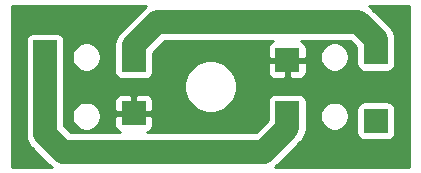
<source format=gtl>
G04 #@! TF.GenerationSoftware,KiCad,Pcbnew,5.1.5*
G04 #@! TF.CreationDate,2020-03-24T12:45:04+09:00*
G04 #@! TF.ProjectId,ABC,4142432e-6b69-4636-9164-5f7063625858,rev?*
G04 #@! TF.SameCoordinates,Original*
G04 #@! TF.FileFunction,Copper,L1,Top*
G04 #@! TF.FilePolarity,Positive*
%FSLAX46Y46*%
G04 Gerber Fmt 4.6, Leading zero omitted, Abs format (unit mm)*
G04 Created by KiCad (PCBNEW 5.1.5) date 2020-03-24 12:45:04*
%MOMM*%
%LPD*%
G04 APERTURE LIST*
%ADD10R,2.000000X2.000000*%
%ADD11C,2.000000*%
%ADD12C,0.254000*%
G04 APERTURE END LIST*
D10*
X86500000Y-59400000D03*
X86500000Y-53600000D03*
X94000000Y-58750000D03*
X94000000Y-54250000D03*
X107000000Y-58750000D03*
X107000000Y-54250000D03*
X114500000Y-59400000D03*
X114500000Y-53600000D03*
D11*
X86500000Y-53600000D02*
X86500000Y-59400000D01*
X107000000Y-60000000D02*
X107000000Y-58750000D01*
X105000000Y-62000000D02*
X107000000Y-60000000D01*
X88000000Y-62000000D02*
X105000000Y-62000000D01*
X86500000Y-59400000D02*
X86500000Y-60500000D01*
X86500000Y-60500000D02*
X88000000Y-62000000D01*
X114500000Y-52500000D02*
X114500000Y-53600000D01*
X113000000Y-51000000D02*
X114500000Y-52500000D01*
X96000000Y-51000000D02*
X113000000Y-51000000D01*
X94000000Y-54250000D02*
X94000000Y-53000000D01*
X94000000Y-53000000D02*
X96000000Y-51000000D01*
D12*
G36*
X94838286Y-49838286D02*
G01*
X94787080Y-49900682D01*
X92900682Y-51787080D01*
X92838287Y-51838286D01*
X92633970Y-52087248D01*
X92482148Y-52371285D01*
X92388657Y-52679484D01*
X92374767Y-52820516D01*
X92357089Y-53000000D01*
X92365000Y-53080319D01*
X92365000Y-53218808D01*
X92361928Y-53250000D01*
X92361928Y-55250000D01*
X92374188Y-55374482D01*
X92410498Y-55494180D01*
X92469463Y-55604494D01*
X92548815Y-55701185D01*
X92645506Y-55780537D01*
X92755820Y-55839502D01*
X92875518Y-55875812D01*
X93000000Y-55888072D01*
X93950869Y-55888072D01*
X94000000Y-55892911D01*
X94049131Y-55888072D01*
X95000000Y-55888072D01*
X95124482Y-55875812D01*
X95244180Y-55839502D01*
X95354494Y-55780537D01*
X95451185Y-55701185D01*
X95530537Y-55604494D01*
X95589502Y-55494180D01*
X95625812Y-55374482D01*
X95638072Y-55250000D01*
X95638072Y-53674166D01*
X96677239Y-52635000D01*
X105839876Y-52635000D01*
X105755820Y-52660498D01*
X105645506Y-52719463D01*
X105548815Y-52798815D01*
X105469463Y-52895506D01*
X105410498Y-53005820D01*
X105374188Y-53125518D01*
X105361928Y-53250000D01*
X105365000Y-53964250D01*
X105523750Y-54123000D01*
X106873000Y-54123000D01*
X106873000Y-54103000D01*
X107127000Y-54103000D01*
X107127000Y-54123000D01*
X108476250Y-54123000D01*
X108635000Y-53964250D01*
X108635369Y-53878363D01*
X109765000Y-53878363D01*
X109765000Y-54121637D01*
X109812460Y-54360236D01*
X109905557Y-54584992D01*
X110040713Y-54787267D01*
X110212733Y-54959287D01*
X110415008Y-55094443D01*
X110639764Y-55187540D01*
X110878363Y-55235000D01*
X111121637Y-55235000D01*
X111360236Y-55187540D01*
X111584992Y-55094443D01*
X111787267Y-54959287D01*
X111959287Y-54787267D01*
X112094443Y-54584992D01*
X112187540Y-54360236D01*
X112235000Y-54121637D01*
X112235000Y-53878363D01*
X112187540Y-53639764D01*
X112094443Y-53415008D01*
X111959287Y-53212733D01*
X111787267Y-53040713D01*
X111584992Y-52905557D01*
X111360236Y-52812460D01*
X111121637Y-52765000D01*
X110878363Y-52765000D01*
X110639764Y-52812460D01*
X110415008Y-52905557D01*
X110212733Y-53040713D01*
X110040713Y-53212733D01*
X109905557Y-53415008D01*
X109812460Y-53639764D01*
X109765000Y-53878363D01*
X108635369Y-53878363D01*
X108638072Y-53250000D01*
X108625812Y-53125518D01*
X108589502Y-53005820D01*
X108530537Y-52895506D01*
X108451185Y-52798815D01*
X108354494Y-52719463D01*
X108244180Y-52660498D01*
X108160124Y-52635000D01*
X112322762Y-52635000D01*
X112861928Y-53174167D01*
X112861928Y-54600000D01*
X112874188Y-54724482D01*
X112910498Y-54844180D01*
X112969463Y-54954494D01*
X113048815Y-55051185D01*
X113145506Y-55130537D01*
X113255820Y-55189502D01*
X113375518Y-55225812D01*
X113500000Y-55238072D01*
X114450869Y-55238072D01*
X114500000Y-55242911D01*
X114549131Y-55238072D01*
X115500000Y-55238072D01*
X115624482Y-55225812D01*
X115744180Y-55189502D01*
X115854494Y-55130537D01*
X115951185Y-55051185D01*
X116030537Y-54954494D01*
X116089502Y-54844180D01*
X116125812Y-54724482D01*
X116138072Y-54600000D01*
X116138072Y-52600000D01*
X116135567Y-52574564D01*
X116142911Y-52499999D01*
X116130234Y-52371286D01*
X116111343Y-52179484D01*
X116017852Y-51871285D01*
X115866031Y-51587248D01*
X115661714Y-51338286D01*
X115599320Y-51287081D01*
X114212925Y-49900686D01*
X114161714Y-49838286D01*
X113944471Y-49660000D01*
X117340000Y-49660000D01*
X117340001Y-63340000D01*
X105944471Y-63340000D01*
X106161714Y-63161714D01*
X106212925Y-63099313D01*
X108099320Y-61212919D01*
X108161714Y-61161714D01*
X108366031Y-60912752D01*
X108517852Y-60628715D01*
X108611343Y-60320516D01*
X108635000Y-60080322D01*
X108635000Y-60080320D01*
X108642911Y-60000001D01*
X108635000Y-59919681D01*
X108635000Y-59781192D01*
X108638072Y-59750000D01*
X108638072Y-58878363D01*
X109765000Y-58878363D01*
X109765000Y-59121637D01*
X109812460Y-59360236D01*
X109905557Y-59584992D01*
X110040713Y-59787267D01*
X110212733Y-59959287D01*
X110415008Y-60094443D01*
X110639764Y-60187540D01*
X110878363Y-60235000D01*
X111121637Y-60235000D01*
X111360236Y-60187540D01*
X111584992Y-60094443D01*
X111787267Y-59959287D01*
X111959287Y-59787267D01*
X112094443Y-59584992D01*
X112187540Y-59360236D01*
X112235000Y-59121637D01*
X112235000Y-58878363D01*
X112187540Y-58639764D01*
X112094443Y-58415008D01*
X112084415Y-58400000D01*
X112861928Y-58400000D01*
X112861928Y-60400000D01*
X112874188Y-60524482D01*
X112910498Y-60644180D01*
X112969463Y-60754494D01*
X113048815Y-60851185D01*
X113145506Y-60930537D01*
X113255820Y-60989502D01*
X113375518Y-61025812D01*
X113500000Y-61038072D01*
X115500000Y-61038072D01*
X115624482Y-61025812D01*
X115744180Y-60989502D01*
X115854494Y-60930537D01*
X115951185Y-60851185D01*
X116030537Y-60754494D01*
X116089502Y-60644180D01*
X116125812Y-60524482D01*
X116138072Y-60400000D01*
X116138072Y-58400000D01*
X116125812Y-58275518D01*
X116089502Y-58155820D01*
X116030537Y-58045506D01*
X115951185Y-57948815D01*
X115854494Y-57869463D01*
X115744180Y-57810498D01*
X115624482Y-57774188D01*
X115500000Y-57761928D01*
X113500000Y-57761928D01*
X113375518Y-57774188D01*
X113255820Y-57810498D01*
X113145506Y-57869463D01*
X113048815Y-57948815D01*
X112969463Y-58045506D01*
X112910498Y-58155820D01*
X112874188Y-58275518D01*
X112861928Y-58400000D01*
X112084415Y-58400000D01*
X111959287Y-58212733D01*
X111787267Y-58040713D01*
X111584992Y-57905557D01*
X111360236Y-57812460D01*
X111121637Y-57765000D01*
X110878363Y-57765000D01*
X110639764Y-57812460D01*
X110415008Y-57905557D01*
X110212733Y-58040713D01*
X110040713Y-58212733D01*
X109905557Y-58415008D01*
X109812460Y-58639764D01*
X109765000Y-58878363D01*
X108638072Y-58878363D01*
X108638072Y-57750000D01*
X108625812Y-57625518D01*
X108589502Y-57505820D01*
X108530537Y-57395506D01*
X108451185Y-57298815D01*
X108354494Y-57219463D01*
X108244180Y-57160498D01*
X108124482Y-57124188D01*
X108000000Y-57111928D01*
X107049131Y-57111928D01*
X107000000Y-57107089D01*
X106950869Y-57111928D01*
X106000000Y-57111928D01*
X105875518Y-57124188D01*
X105755820Y-57160498D01*
X105645506Y-57219463D01*
X105548815Y-57298815D01*
X105469463Y-57395506D01*
X105410498Y-57505820D01*
X105374188Y-57625518D01*
X105361928Y-57750000D01*
X105361928Y-59325833D01*
X104322762Y-60365000D01*
X95160124Y-60365000D01*
X95244180Y-60339502D01*
X95354494Y-60280537D01*
X95451185Y-60201185D01*
X95530537Y-60104494D01*
X95589502Y-59994180D01*
X95625812Y-59874482D01*
X95638072Y-59750000D01*
X95635000Y-59035750D01*
X95476250Y-58877000D01*
X94127000Y-58877000D01*
X94127000Y-58897000D01*
X93873000Y-58897000D01*
X93873000Y-58877000D01*
X92523750Y-58877000D01*
X92365000Y-59035750D01*
X92361928Y-59750000D01*
X92374188Y-59874482D01*
X92410498Y-59994180D01*
X92469463Y-60104494D01*
X92548815Y-60201185D01*
X92645506Y-60280537D01*
X92755820Y-60339502D01*
X92839876Y-60365000D01*
X88677239Y-60365000D01*
X88138072Y-59825834D01*
X88138072Y-58878363D01*
X88765000Y-58878363D01*
X88765000Y-59121637D01*
X88812460Y-59360236D01*
X88905557Y-59584992D01*
X89040713Y-59787267D01*
X89212733Y-59959287D01*
X89415008Y-60094443D01*
X89639764Y-60187540D01*
X89878363Y-60235000D01*
X90121637Y-60235000D01*
X90360236Y-60187540D01*
X90584992Y-60094443D01*
X90787267Y-59959287D01*
X90959287Y-59787267D01*
X91094443Y-59584992D01*
X91187540Y-59360236D01*
X91235000Y-59121637D01*
X91235000Y-58878363D01*
X91187540Y-58639764D01*
X91094443Y-58415008D01*
X90959287Y-58212733D01*
X90787267Y-58040713D01*
X90584992Y-57905557D01*
X90360236Y-57812460D01*
X90121637Y-57765000D01*
X89878363Y-57765000D01*
X89639764Y-57812460D01*
X89415008Y-57905557D01*
X89212733Y-58040713D01*
X89040713Y-58212733D01*
X88905557Y-58415008D01*
X88812460Y-58639764D01*
X88765000Y-58878363D01*
X88138072Y-58878363D01*
X88138072Y-58400000D01*
X88135000Y-58368808D01*
X88135000Y-57750000D01*
X92361928Y-57750000D01*
X92365000Y-58464250D01*
X92523750Y-58623000D01*
X93873000Y-58623000D01*
X93873000Y-57273750D01*
X94127000Y-57273750D01*
X94127000Y-58623000D01*
X95476250Y-58623000D01*
X95635000Y-58464250D01*
X95638072Y-57750000D01*
X95625812Y-57625518D01*
X95589502Y-57505820D01*
X95530537Y-57395506D01*
X95451185Y-57298815D01*
X95354494Y-57219463D01*
X95244180Y-57160498D01*
X95124482Y-57124188D01*
X95000000Y-57111928D01*
X94285750Y-57115000D01*
X94127000Y-57273750D01*
X93873000Y-57273750D01*
X93714250Y-57115000D01*
X93000000Y-57111928D01*
X92875518Y-57124188D01*
X92755820Y-57160498D01*
X92645506Y-57219463D01*
X92548815Y-57298815D01*
X92469463Y-57395506D01*
X92410498Y-57505820D01*
X92374188Y-57625518D01*
X92361928Y-57750000D01*
X88135000Y-57750000D01*
X88135000Y-56279872D01*
X98265000Y-56279872D01*
X98265000Y-56720128D01*
X98350890Y-57151925D01*
X98519369Y-57558669D01*
X98763962Y-57924729D01*
X99075271Y-58236038D01*
X99441331Y-58480631D01*
X99848075Y-58649110D01*
X100279872Y-58735000D01*
X100720128Y-58735000D01*
X101151925Y-58649110D01*
X101558669Y-58480631D01*
X101924729Y-58236038D01*
X102236038Y-57924729D01*
X102480631Y-57558669D01*
X102649110Y-57151925D01*
X102735000Y-56720128D01*
X102735000Y-56279872D01*
X102649110Y-55848075D01*
X102480631Y-55441331D01*
X102352788Y-55250000D01*
X105361928Y-55250000D01*
X105374188Y-55374482D01*
X105410498Y-55494180D01*
X105469463Y-55604494D01*
X105548815Y-55701185D01*
X105645506Y-55780537D01*
X105755820Y-55839502D01*
X105875518Y-55875812D01*
X106000000Y-55888072D01*
X106714250Y-55885000D01*
X106873000Y-55726250D01*
X106873000Y-54377000D01*
X107127000Y-54377000D01*
X107127000Y-55726250D01*
X107285750Y-55885000D01*
X108000000Y-55888072D01*
X108124482Y-55875812D01*
X108244180Y-55839502D01*
X108354494Y-55780537D01*
X108451185Y-55701185D01*
X108530537Y-55604494D01*
X108589502Y-55494180D01*
X108625812Y-55374482D01*
X108638072Y-55250000D01*
X108635000Y-54535750D01*
X108476250Y-54377000D01*
X107127000Y-54377000D01*
X106873000Y-54377000D01*
X105523750Y-54377000D01*
X105365000Y-54535750D01*
X105361928Y-55250000D01*
X102352788Y-55250000D01*
X102236038Y-55075271D01*
X101924729Y-54763962D01*
X101558669Y-54519369D01*
X101151925Y-54350890D01*
X100720128Y-54265000D01*
X100279872Y-54265000D01*
X99848075Y-54350890D01*
X99441331Y-54519369D01*
X99075271Y-54763962D01*
X98763962Y-55075271D01*
X98519369Y-55441331D01*
X98350890Y-55848075D01*
X98265000Y-56279872D01*
X88135000Y-56279872D01*
X88135000Y-54631192D01*
X88138072Y-54600000D01*
X88138072Y-53878363D01*
X88765000Y-53878363D01*
X88765000Y-54121637D01*
X88812460Y-54360236D01*
X88905557Y-54584992D01*
X89040713Y-54787267D01*
X89212733Y-54959287D01*
X89415008Y-55094443D01*
X89639764Y-55187540D01*
X89878363Y-55235000D01*
X90121637Y-55235000D01*
X90360236Y-55187540D01*
X90584992Y-55094443D01*
X90787267Y-54959287D01*
X90959287Y-54787267D01*
X91094443Y-54584992D01*
X91187540Y-54360236D01*
X91235000Y-54121637D01*
X91235000Y-53878363D01*
X91187540Y-53639764D01*
X91094443Y-53415008D01*
X90959287Y-53212733D01*
X90787267Y-53040713D01*
X90584992Y-52905557D01*
X90360236Y-52812460D01*
X90121637Y-52765000D01*
X89878363Y-52765000D01*
X89639764Y-52812460D01*
X89415008Y-52905557D01*
X89212733Y-53040713D01*
X89040713Y-53212733D01*
X88905557Y-53415008D01*
X88812460Y-53639764D01*
X88765000Y-53878363D01*
X88138072Y-53878363D01*
X88138072Y-52600000D01*
X88125812Y-52475518D01*
X88089502Y-52355820D01*
X88030537Y-52245506D01*
X87951185Y-52148815D01*
X87854494Y-52069463D01*
X87744180Y-52010498D01*
X87624482Y-51974188D01*
X87500000Y-51961928D01*
X86549131Y-51961928D01*
X86500000Y-51957089D01*
X86450869Y-51961928D01*
X85500000Y-51961928D01*
X85375518Y-51974188D01*
X85255820Y-52010498D01*
X85145506Y-52069463D01*
X85048815Y-52148815D01*
X84969463Y-52245506D01*
X84910498Y-52355820D01*
X84874188Y-52475518D01*
X84861928Y-52600000D01*
X84861928Y-54600000D01*
X84865000Y-54631193D01*
X84865001Y-58368800D01*
X84861928Y-58400000D01*
X84861928Y-60400000D01*
X84864433Y-60425436D01*
X84857089Y-60500000D01*
X84865000Y-60580319D01*
X84865000Y-60580322D01*
X84888657Y-60820516D01*
X84982148Y-61128715D01*
X85133970Y-61412752D01*
X85338287Y-61661714D01*
X85400682Y-61712920D01*
X86787079Y-63099318D01*
X86838286Y-63161714D01*
X87055529Y-63340000D01*
X83660000Y-63340000D01*
X83660000Y-49660000D01*
X95055529Y-49660000D01*
X94838286Y-49838286D01*
G37*
X94838286Y-49838286D02*
X94787080Y-49900682D01*
X92900682Y-51787080D01*
X92838287Y-51838286D01*
X92633970Y-52087248D01*
X92482148Y-52371285D01*
X92388657Y-52679484D01*
X92374767Y-52820516D01*
X92357089Y-53000000D01*
X92365000Y-53080319D01*
X92365000Y-53218808D01*
X92361928Y-53250000D01*
X92361928Y-55250000D01*
X92374188Y-55374482D01*
X92410498Y-55494180D01*
X92469463Y-55604494D01*
X92548815Y-55701185D01*
X92645506Y-55780537D01*
X92755820Y-55839502D01*
X92875518Y-55875812D01*
X93000000Y-55888072D01*
X93950869Y-55888072D01*
X94000000Y-55892911D01*
X94049131Y-55888072D01*
X95000000Y-55888072D01*
X95124482Y-55875812D01*
X95244180Y-55839502D01*
X95354494Y-55780537D01*
X95451185Y-55701185D01*
X95530537Y-55604494D01*
X95589502Y-55494180D01*
X95625812Y-55374482D01*
X95638072Y-55250000D01*
X95638072Y-53674166D01*
X96677239Y-52635000D01*
X105839876Y-52635000D01*
X105755820Y-52660498D01*
X105645506Y-52719463D01*
X105548815Y-52798815D01*
X105469463Y-52895506D01*
X105410498Y-53005820D01*
X105374188Y-53125518D01*
X105361928Y-53250000D01*
X105365000Y-53964250D01*
X105523750Y-54123000D01*
X106873000Y-54123000D01*
X106873000Y-54103000D01*
X107127000Y-54103000D01*
X107127000Y-54123000D01*
X108476250Y-54123000D01*
X108635000Y-53964250D01*
X108635369Y-53878363D01*
X109765000Y-53878363D01*
X109765000Y-54121637D01*
X109812460Y-54360236D01*
X109905557Y-54584992D01*
X110040713Y-54787267D01*
X110212733Y-54959287D01*
X110415008Y-55094443D01*
X110639764Y-55187540D01*
X110878363Y-55235000D01*
X111121637Y-55235000D01*
X111360236Y-55187540D01*
X111584992Y-55094443D01*
X111787267Y-54959287D01*
X111959287Y-54787267D01*
X112094443Y-54584992D01*
X112187540Y-54360236D01*
X112235000Y-54121637D01*
X112235000Y-53878363D01*
X112187540Y-53639764D01*
X112094443Y-53415008D01*
X111959287Y-53212733D01*
X111787267Y-53040713D01*
X111584992Y-52905557D01*
X111360236Y-52812460D01*
X111121637Y-52765000D01*
X110878363Y-52765000D01*
X110639764Y-52812460D01*
X110415008Y-52905557D01*
X110212733Y-53040713D01*
X110040713Y-53212733D01*
X109905557Y-53415008D01*
X109812460Y-53639764D01*
X109765000Y-53878363D01*
X108635369Y-53878363D01*
X108638072Y-53250000D01*
X108625812Y-53125518D01*
X108589502Y-53005820D01*
X108530537Y-52895506D01*
X108451185Y-52798815D01*
X108354494Y-52719463D01*
X108244180Y-52660498D01*
X108160124Y-52635000D01*
X112322762Y-52635000D01*
X112861928Y-53174167D01*
X112861928Y-54600000D01*
X112874188Y-54724482D01*
X112910498Y-54844180D01*
X112969463Y-54954494D01*
X113048815Y-55051185D01*
X113145506Y-55130537D01*
X113255820Y-55189502D01*
X113375518Y-55225812D01*
X113500000Y-55238072D01*
X114450869Y-55238072D01*
X114500000Y-55242911D01*
X114549131Y-55238072D01*
X115500000Y-55238072D01*
X115624482Y-55225812D01*
X115744180Y-55189502D01*
X115854494Y-55130537D01*
X115951185Y-55051185D01*
X116030537Y-54954494D01*
X116089502Y-54844180D01*
X116125812Y-54724482D01*
X116138072Y-54600000D01*
X116138072Y-52600000D01*
X116135567Y-52574564D01*
X116142911Y-52499999D01*
X116130234Y-52371286D01*
X116111343Y-52179484D01*
X116017852Y-51871285D01*
X115866031Y-51587248D01*
X115661714Y-51338286D01*
X115599320Y-51287081D01*
X114212925Y-49900686D01*
X114161714Y-49838286D01*
X113944471Y-49660000D01*
X117340000Y-49660000D01*
X117340001Y-63340000D01*
X105944471Y-63340000D01*
X106161714Y-63161714D01*
X106212925Y-63099313D01*
X108099320Y-61212919D01*
X108161714Y-61161714D01*
X108366031Y-60912752D01*
X108517852Y-60628715D01*
X108611343Y-60320516D01*
X108635000Y-60080322D01*
X108635000Y-60080320D01*
X108642911Y-60000001D01*
X108635000Y-59919681D01*
X108635000Y-59781192D01*
X108638072Y-59750000D01*
X108638072Y-58878363D01*
X109765000Y-58878363D01*
X109765000Y-59121637D01*
X109812460Y-59360236D01*
X109905557Y-59584992D01*
X110040713Y-59787267D01*
X110212733Y-59959287D01*
X110415008Y-60094443D01*
X110639764Y-60187540D01*
X110878363Y-60235000D01*
X111121637Y-60235000D01*
X111360236Y-60187540D01*
X111584992Y-60094443D01*
X111787267Y-59959287D01*
X111959287Y-59787267D01*
X112094443Y-59584992D01*
X112187540Y-59360236D01*
X112235000Y-59121637D01*
X112235000Y-58878363D01*
X112187540Y-58639764D01*
X112094443Y-58415008D01*
X112084415Y-58400000D01*
X112861928Y-58400000D01*
X112861928Y-60400000D01*
X112874188Y-60524482D01*
X112910498Y-60644180D01*
X112969463Y-60754494D01*
X113048815Y-60851185D01*
X113145506Y-60930537D01*
X113255820Y-60989502D01*
X113375518Y-61025812D01*
X113500000Y-61038072D01*
X115500000Y-61038072D01*
X115624482Y-61025812D01*
X115744180Y-60989502D01*
X115854494Y-60930537D01*
X115951185Y-60851185D01*
X116030537Y-60754494D01*
X116089502Y-60644180D01*
X116125812Y-60524482D01*
X116138072Y-60400000D01*
X116138072Y-58400000D01*
X116125812Y-58275518D01*
X116089502Y-58155820D01*
X116030537Y-58045506D01*
X115951185Y-57948815D01*
X115854494Y-57869463D01*
X115744180Y-57810498D01*
X115624482Y-57774188D01*
X115500000Y-57761928D01*
X113500000Y-57761928D01*
X113375518Y-57774188D01*
X113255820Y-57810498D01*
X113145506Y-57869463D01*
X113048815Y-57948815D01*
X112969463Y-58045506D01*
X112910498Y-58155820D01*
X112874188Y-58275518D01*
X112861928Y-58400000D01*
X112084415Y-58400000D01*
X111959287Y-58212733D01*
X111787267Y-58040713D01*
X111584992Y-57905557D01*
X111360236Y-57812460D01*
X111121637Y-57765000D01*
X110878363Y-57765000D01*
X110639764Y-57812460D01*
X110415008Y-57905557D01*
X110212733Y-58040713D01*
X110040713Y-58212733D01*
X109905557Y-58415008D01*
X109812460Y-58639764D01*
X109765000Y-58878363D01*
X108638072Y-58878363D01*
X108638072Y-57750000D01*
X108625812Y-57625518D01*
X108589502Y-57505820D01*
X108530537Y-57395506D01*
X108451185Y-57298815D01*
X108354494Y-57219463D01*
X108244180Y-57160498D01*
X108124482Y-57124188D01*
X108000000Y-57111928D01*
X107049131Y-57111928D01*
X107000000Y-57107089D01*
X106950869Y-57111928D01*
X106000000Y-57111928D01*
X105875518Y-57124188D01*
X105755820Y-57160498D01*
X105645506Y-57219463D01*
X105548815Y-57298815D01*
X105469463Y-57395506D01*
X105410498Y-57505820D01*
X105374188Y-57625518D01*
X105361928Y-57750000D01*
X105361928Y-59325833D01*
X104322762Y-60365000D01*
X95160124Y-60365000D01*
X95244180Y-60339502D01*
X95354494Y-60280537D01*
X95451185Y-60201185D01*
X95530537Y-60104494D01*
X95589502Y-59994180D01*
X95625812Y-59874482D01*
X95638072Y-59750000D01*
X95635000Y-59035750D01*
X95476250Y-58877000D01*
X94127000Y-58877000D01*
X94127000Y-58897000D01*
X93873000Y-58897000D01*
X93873000Y-58877000D01*
X92523750Y-58877000D01*
X92365000Y-59035750D01*
X92361928Y-59750000D01*
X92374188Y-59874482D01*
X92410498Y-59994180D01*
X92469463Y-60104494D01*
X92548815Y-60201185D01*
X92645506Y-60280537D01*
X92755820Y-60339502D01*
X92839876Y-60365000D01*
X88677239Y-60365000D01*
X88138072Y-59825834D01*
X88138072Y-58878363D01*
X88765000Y-58878363D01*
X88765000Y-59121637D01*
X88812460Y-59360236D01*
X88905557Y-59584992D01*
X89040713Y-59787267D01*
X89212733Y-59959287D01*
X89415008Y-60094443D01*
X89639764Y-60187540D01*
X89878363Y-60235000D01*
X90121637Y-60235000D01*
X90360236Y-60187540D01*
X90584992Y-60094443D01*
X90787267Y-59959287D01*
X90959287Y-59787267D01*
X91094443Y-59584992D01*
X91187540Y-59360236D01*
X91235000Y-59121637D01*
X91235000Y-58878363D01*
X91187540Y-58639764D01*
X91094443Y-58415008D01*
X90959287Y-58212733D01*
X90787267Y-58040713D01*
X90584992Y-57905557D01*
X90360236Y-57812460D01*
X90121637Y-57765000D01*
X89878363Y-57765000D01*
X89639764Y-57812460D01*
X89415008Y-57905557D01*
X89212733Y-58040713D01*
X89040713Y-58212733D01*
X88905557Y-58415008D01*
X88812460Y-58639764D01*
X88765000Y-58878363D01*
X88138072Y-58878363D01*
X88138072Y-58400000D01*
X88135000Y-58368808D01*
X88135000Y-57750000D01*
X92361928Y-57750000D01*
X92365000Y-58464250D01*
X92523750Y-58623000D01*
X93873000Y-58623000D01*
X93873000Y-57273750D01*
X94127000Y-57273750D01*
X94127000Y-58623000D01*
X95476250Y-58623000D01*
X95635000Y-58464250D01*
X95638072Y-57750000D01*
X95625812Y-57625518D01*
X95589502Y-57505820D01*
X95530537Y-57395506D01*
X95451185Y-57298815D01*
X95354494Y-57219463D01*
X95244180Y-57160498D01*
X95124482Y-57124188D01*
X95000000Y-57111928D01*
X94285750Y-57115000D01*
X94127000Y-57273750D01*
X93873000Y-57273750D01*
X93714250Y-57115000D01*
X93000000Y-57111928D01*
X92875518Y-57124188D01*
X92755820Y-57160498D01*
X92645506Y-57219463D01*
X92548815Y-57298815D01*
X92469463Y-57395506D01*
X92410498Y-57505820D01*
X92374188Y-57625518D01*
X92361928Y-57750000D01*
X88135000Y-57750000D01*
X88135000Y-56279872D01*
X98265000Y-56279872D01*
X98265000Y-56720128D01*
X98350890Y-57151925D01*
X98519369Y-57558669D01*
X98763962Y-57924729D01*
X99075271Y-58236038D01*
X99441331Y-58480631D01*
X99848075Y-58649110D01*
X100279872Y-58735000D01*
X100720128Y-58735000D01*
X101151925Y-58649110D01*
X101558669Y-58480631D01*
X101924729Y-58236038D01*
X102236038Y-57924729D01*
X102480631Y-57558669D01*
X102649110Y-57151925D01*
X102735000Y-56720128D01*
X102735000Y-56279872D01*
X102649110Y-55848075D01*
X102480631Y-55441331D01*
X102352788Y-55250000D01*
X105361928Y-55250000D01*
X105374188Y-55374482D01*
X105410498Y-55494180D01*
X105469463Y-55604494D01*
X105548815Y-55701185D01*
X105645506Y-55780537D01*
X105755820Y-55839502D01*
X105875518Y-55875812D01*
X106000000Y-55888072D01*
X106714250Y-55885000D01*
X106873000Y-55726250D01*
X106873000Y-54377000D01*
X107127000Y-54377000D01*
X107127000Y-55726250D01*
X107285750Y-55885000D01*
X108000000Y-55888072D01*
X108124482Y-55875812D01*
X108244180Y-55839502D01*
X108354494Y-55780537D01*
X108451185Y-55701185D01*
X108530537Y-55604494D01*
X108589502Y-55494180D01*
X108625812Y-55374482D01*
X108638072Y-55250000D01*
X108635000Y-54535750D01*
X108476250Y-54377000D01*
X107127000Y-54377000D01*
X106873000Y-54377000D01*
X105523750Y-54377000D01*
X105365000Y-54535750D01*
X105361928Y-55250000D01*
X102352788Y-55250000D01*
X102236038Y-55075271D01*
X101924729Y-54763962D01*
X101558669Y-54519369D01*
X101151925Y-54350890D01*
X100720128Y-54265000D01*
X100279872Y-54265000D01*
X99848075Y-54350890D01*
X99441331Y-54519369D01*
X99075271Y-54763962D01*
X98763962Y-55075271D01*
X98519369Y-55441331D01*
X98350890Y-55848075D01*
X98265000Y-56279872D01*
X88135000Y-56279872D01*
X88135000Y-54631192D01*
X88138072Y-54600000D01*
X88138072Y-53878363D01*
X88765000Y-53878363D01*
X88765000Y-54121637D01*
X88812460Y-54360236D01*
X88905557Y-54584992D01*
X89040713Y-54787267D01*
X89212733Y-54959287D01*
X89415008Y-55094443D01*
X89639764Y-55187540D01*
X89878363Y-55235000D01*
X90121637Y-55235000D01*
X90360236Y-55187540D01*
X90584992Y-55094443D01*
X90787267Y-54959287D01*
X90959287Y-54787267D01*
X91094443Y-54584992D01*
X91187540Y-54360236D01*
X91235000Y-54121637D01*
X91235000Y-53878363D01*
X91187540Y-53639764D01*
X91094443Y-53415008D01*
X90959287Y-53212733D01*
X90787267Y-53040713D01*
X90584992Y-52905557D01*
X90360236Y-52812460D01*
X90121637Y-52765000D01*
X89878363Y-52765000D01*
X89639764Y-52812460D01*
X89415008Y-52905557D01*
X89212733Y-53040713D01*
X89040713Y-53212733D01*
X88905557Y-53415008D01*
X88812460Y-53639764D01*
X88765000Y-53878363D01*
X88138072Y-53878363D01*
X88138072Y-52600000D01*
X88125812Y-52475518D01*
X88089502Y-52355820D01*
X88030537Y-52245506D01*
X87951185Y-52148815D01*
X87854494Y-52069463D01*
X87744180Y-52010498D01*
X87624482Y-51974188D01*
X87500000Y-51961928D01*
X86549131Y-51961928D01*
X86500000Y-51957089D01*
X86450869Y-51961928D01*
X85500000Y-51961928D01*
X85375518Y-51974188D01*
X85255820Y-52010498D01*
X85145506Y-52069463D01*
X85048815Y-52148815D01*
X84969463Y-52245506D01*
X84910498Y-52355820D01*
X84874188Y-52475518D01*
X84861928Y-52600000D01*
X84861928Y-54600000D01*
X84865000Y-54631193D01*
X84865001Y-58368800D01*
X84861928Y-58400000D01*
X84861928Y-60400000D01*
X84864433Y-60425436D01*
X84857089Y-60500000D01*
X84865000Y-60580319D01*
X84865000Y-60580322D01*
X84888657Y-60820516D01*
X84982148Y-61128715D01*
X85133970Y-61412752D01*
X85338287Y-61661714D01*
X85400682Y-61712920D01*
X86787079Y-63099318D01*
X86838286Y-63161714D01*
X87055529Y-63340000D01*
X83660000Y-63340000D01*
X83660000Y-49660000D01*
X95055529Y-49660000D01*
X94838286Y-49838286D01*
M02*

</source>
